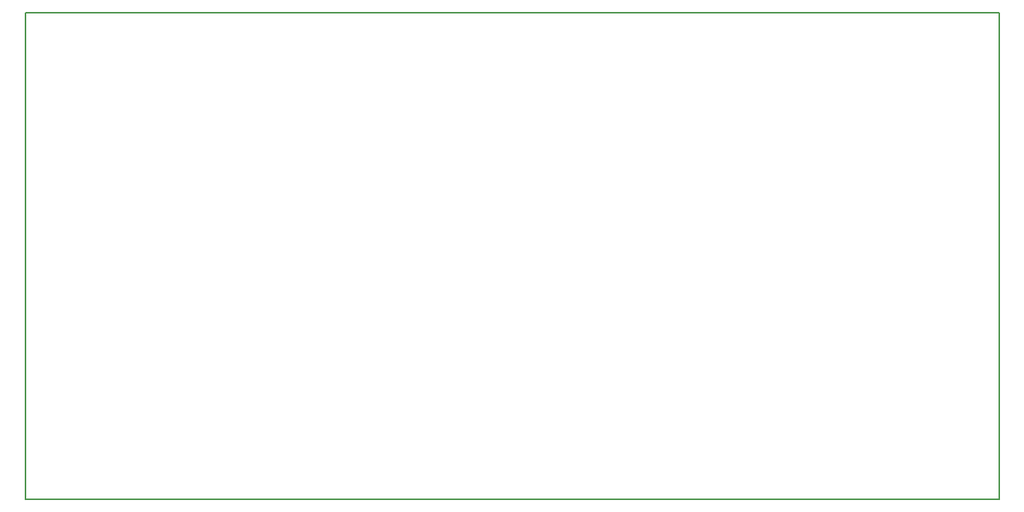
<source format=gbr>
%TF.GenerationSoftware,KiCad,Pcbnew,(6.0.9-0)*%
%TF.CreationDate,2023-03-02T20:06:06+01:00*%
%TF.ProjectId,Dolgoza,446f6c67-6f7a-4612-9e6b-696361645f70,rev?*%
%TF.SameCoordinates,Original*%
%TF.FileFunction,Profile,NP*%
%FSLAX46Y46*%
G04 Gerber Fmt 4.6, Leading zero omitted, Abs format (unit mm)*
G04 Created by KiCad (PCBNEW (6.0.9-0)) date 2023-03-02 20:06:06*
%MOMM*%
%LPD*%
G01*
G04 APERTURE LIST*
%TA.AperFunction,Profile*%
%ADD10C,0.200000*%
%TD*%
G04 APERTURE END LIST*
D10*
X178000000Y-107000000D02*
X68000000Y-107000000D01*
X68000000Y-107000000D02*
X68000000Y-52000000D01*
X68000000Y-52000000D02*
X178000000Y-52000000D01*
X178000000Y-52000000D02*
X178000000Y-107000000D01*
M02*

</source>
